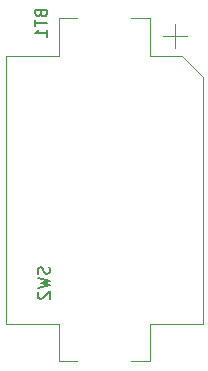
<source format=gbr>
%TF.GenerationSoftware,KiCad,Pcbnew,(5.1.8)-1*%
%TF.CreationDate,2021-03-25T23:04:17+02:00*%
%TF.ProjectId,charlie_keychain,63686172-6c69-4655-9f6b-657963686169,rev?*%
%TF.SameCoordinates,Original*%
%TF.FileFunction,Legend,Bot*%
%TF.FilePolarity,Positive*%
%FSLAX46Y46*%
G04 Gerber Fmt 4.6, Leading zero omitted, Abs format (unit mm)*
G04 Created by KiCad (PCBNEW (5.1.8)-1) date 2021-03-25 23:04:17*
%MOMM*%
%LPD*%
G01*
G04 APERTURE LIST*
%ADD10C,0.120000*%
%ADD11C,0.150000*%
G04 APERTURE END LIST*
D10*
%TO.C,BT1*%
X131730000Y-60390000D02*
X131730000Y-58390000D01*
X130730000Y-59390000D02*
X132730000Y-59390000D01*
X117380000Y-83740000D02*
X121880000Y-83740000D01*
X117380000Y-61040000D02*
X121880000Y-61040000D01*
X117380000Y-61040000D02*
X117380000Y-83740000D01*
X121880000Y-86940000D02*
X123430000Y-86940000D01*
X121880000Y-83740000D02*
X121880000Y-86940000D01*
X121880000Y-57840000D02*
X123430000Y-57840000D01*
X121880000Y-61040000D02*
X121880000Y-57840000D01*
X129580000Y-57840000D02*
X128030000Y-57840000D01*
X129580000Y-61040000D02*
X129580000Y-57840000D01*
X134080000Y-62840000D02*
X132280000Y-61040000D01*
X132280000Y-61040000D02*
X129580000Y-61040000D01*
X134080000Y-83740000D02*
X134080000Y-62840000D01*
X134080000Y-83740000D02*
X129580000Y-83740000D01*
X129580000Y-86940000D02*
X128030000Y-86940000D01*
X129580000Y-83740000D02*
X129580000Y-86940000D01*
D11*
X120358571Y-57479285D02*
X120406190Y-57622142D01*
X120453809Y-57669761D01*
X120549047Y-57717380D01*
X120691904Y-57717380D01*
X120787142Y-57669761D01*
X120834761Y-57622142D01*
X120882380Y-57526904D01*
X120882380Y-57145952D01*
X119882380Y-57145952D01*
X119882380Y-57479285D01*
X119930000Y-57574523D01*
X119977619Y-57622142D01*
X120072857Y-57669761D01*
X120168095Y-57669761D01*
X120263333Y-57622142D01*
X120310952Y-57574523D01*
X120358571Y-57479285D01*
X120358571Y-57145952D01*
X119882380Y-58003095D02*
X119882380Y-58574523D01*
X120882380Y-58288809D02*
X119882380Y-58288809D01*
X120882380Y-59431666D02*
X120882380Y-58860238D01*
X120882380Y-59145952D02*
X119882380Y-59145952D01*
X120025238Y-59050714D01*
X120120476Y-58955476D01*
X120168095Y-58860238D01*
%TO.C,SW2*%
X121054761Y-78966666D02*
X121102380Y-79109523D01*
X121102380Y-79347619D01*
X121054761Y-79442857D01*
X121007142Y-79490476D01*
X120911904Y-79538095D01*
X120816666Y-79538095D01*
X120721428Y-79490476D01*
X120673809Y-79442857D01*
X120626190Y-79347619D01*
X120578571Y-79157142D01*
X120530952Y-79061904D01*
X120483333Y-79014285D01*
X120388095Y-78966666D01*
X120292857Y-78966666D01*
X120197619Y-79014285D01*
X120150000Y-79061904D01*
X120102380Y-79157142D01*
X120102380Y-79395238D01*
X120150000Y-79538095D01*
X120102380Y-79871428D02*
X121102380Y-80109523D01*
X120388095Y-80300000D01*
X121102380Y-80490476D01*
X120102380Y-80728571D01*
X120197619Y-81061904D02*
X120150000Y-81109523D01*
X120102380Y-81204761D01*
X120102380Y-81442857D01*
X120150000Y-81538095D01*
X120197619Y-81585714D01*
X120292857Y-81633333D01*
X120388095Y-81633333D01*
X120530952Y-81585714D01*
X121102380Y-81014285D01*
X121102380Y-81633333D01*
%TD*%
M02*

</source>
